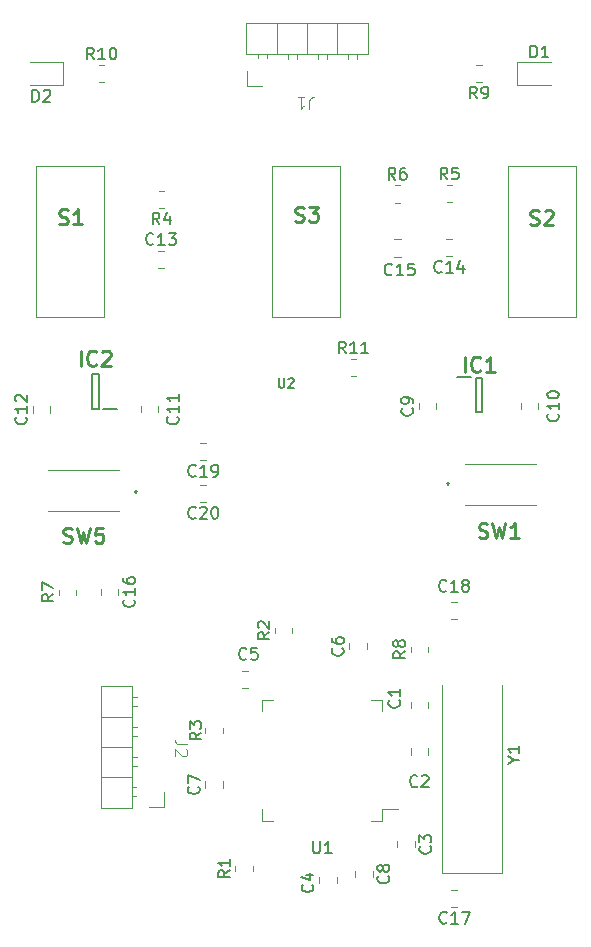
<source format=gbr>
%TF.GenerationSoftware,KiCad,Pcbnew,7.0.8*%
%TF.CreationDate,2024-03-02T19:00:57+02:00*%
%TF.ProjectId,mouse_hardware,6d6f7573-655f-4686-9172-64776172652e,rev?*%
%TF.SameCoordinates,Original*%
%TF.FileFunction,Legend,Top*%
%TF.FilePolarity,Positive*%
%FSLAX46Y46*%
G04 Gerber Fmt 4.6, Leading zero omitted, Abs format (unit mm)*
G04 Created by KiCad (PCBNEW 7.0.8) date 2024-03-02 19:00:57*
%MOMM*%
%LPD*%
G01*
G04 APERTURE LIST*
%ADD10C,0.254000*%
%ADD11C,0.100000*%
%ADD12C,0.150000*%
%ADD13C,0.120000*%
%ADD14C,0.200000*%
G04 APERTURE END LIST*
D10*
X36222380Y-33843842D02*
X36403809Y-33904318D01*
X36403809Y-33904318D02*
X36706190Y-33904318D01*
X36706190Y-33904318D02*
X36827142Y-33843842D01*
X36827142Y-33843842D02*
X36887618Y-33783365D01*
X36887618Y-33783365D02*
X36948095Y-33662413D01*
X36948095Y-33662413D02*
X36948095Y-33541461D01*
X36948095Y-33541461D02*
X36887618Y-33420508D01*
X36887618Y-33420508D02*
X36827142Y-33360032D01*
X36827142Y-33360032D02*
X36706190Y-33299556D01*
X36706190Y-33299556D02*
X36464285Y-33239080D01*
X36464285Y-33239080D02*
X36343333Y-33178603D01*
X36343333Y-33178603D02*
X36282856Y-33118127D01*
X36282856Y-33118127D02*
X36222380Y-32997175D01*
X36222380Y-32997175D02*
X36222380Y-32876222D01*
X36222380Y-32876222D02*
X36282856Y-32755270D01*
X36282856Y-32755270D02*
X36343333Y-32694794D01*
X36343333Y-32694794D02*
X36464285Y-32634318D01*
X36464285Y-32634318D02*
X36766666Y-32634318D01*
X36766666Y-32634318D02*
X36948095Y-32694794D01*
X37371428Y-32634318D02*
X38157619Y-32634318D01*
X38157619Y-32634318D02*
X37734285Y-33118127D01*
X37734285Y-33118127D02*
X37915714Y-33118127D01*
X37915714Y-33118127D02*
X38036666Y-33178603D01*
X38036666Y-33178603D02*
X38097142Y-33239080D01*
X38097142Y-33239080D02*
X38157619Y-33360032D01*
X38157619Y-33360032D02*
X38157619Y-33662413D01*
X38157619Y-33662413D02*
X38097142Y-33783365D01*
X38097142Y-33783365D02*
X38036666Y-33843842D01*
X38036666Y-33843842D02*
X37915714Y-33904318D01*
X37915714Y-33904318D02*
X37552857Y-33904318D01*
X37552857Y-33904318D02*
X37431904Y-33843842D01*
X37431904Y-33843842D02*
X37371428Y-33783365D01*
X56142380Y-34103842D02*
X56323809Y-34164318D01*
X56323809Y-34164318D02*
X56626190Y-34164318D01*
X56626190Y-34164318D02*
X56747142Y-34103842D01*
X56747142Y-34103842D02*
X56807618Y-34043365D01*
X56807618Y-34043365D02*
X56868095Y-33922413D01*
X56868095Y-33922413D02*
X56868095Y-33801461D01*
X56868095Y-33801461D02*
X56807618Y-33680508D01*
X56807618Y-33680508D02*
X56747142Y-33620032D01*
X56747142Y-33620032D02*
X56626190Y-33559556D01*
X56626190Y-33559556D02*
X56384285Y-33499080D01*
X56384285Y-33499080D02*
X56263333Y-33438603D01*
X56263333Y-33438603D02*
X56202856Y-33378127D01*
X56202856Y-33378127D02*
X56142380Y-33257175D01*
X56142380Y-33257175D02*
X56142380Y-33136222D01*
X56142380Y-33136222D02*
X56202856Y-33015270D01*
X56202856Y-33015270D02*
X56263333Y-32954794D01*
X56263333Y-32954794D02*
X56384285Y-32894318D01*
X56384285Y-32894318D02*
X56686666Y-32894318D01*
X56686666Y-32894318D02*
X56868095Y-32954794D01*
X57351904Y-33015270D02*
X57412380Y-32954794D01*
X57412380Y-32954794D02*
X57533333Y-32894318D01*
X57533333Y-32894318D02*
X57835714Y-32894318D01*
X57835714Y-32894318D02*
X57956666Y-32954794D01*
X57956666Y-32954794D02*
X58017142Y-33015270D01*
X58017142Y-33015270D02*
X58077619Y-33136222D01*
X58077619Y-33136222D02*
X58077619Y-33257175D01*
X58077619Y-33257175D02*
X58017142Y-33438603D01*
X58017142Y-33438603D02*
X57291428Y-34164318D01*
X57291428Y-34164318D02*
X58077619Y-34164318D01*
X16242380Y-34053842D02*
X16423809Y-34114318D01*
X16423809Y-34114318D02*
X16726190Y-34114318D01*
X16726190Y-34114318D02*
X16847142Y-34053842D01*
X16847142Y-34053842D02*
X16907618Y-33993365D01*
X16907618Y-33993365D02*
X16968095Y-33872413D01*
X16968095Y-33872413D02*
X16968095Y-33751461D01*
X16968095Y-33751461D02*
X16907618Y-33630508D01*
X16907618Y-33630508D02*
X16847142Y-33570032D01*
X16847142Y-33570032D02*
X16726190Y-33509556D01*
X16726190Y-33509556D02*
X16484285Y-33449080D01*
X16484285Y-33449080D02*
X16363333Y-33388603D01*
X16363333Y-33388603D02*
X16302856Y-33328127D01*
X16302856Y-33328127D02*
X16242380Y-33207175D01*
X16242380Y-33207175D02*
X16242380Y-33086222D01*
X16242380Y-33086222D02*
X16302856Y-32965270D01*
X16302856Y-32965270D02*
X16363333Y-32904794D01*
X16363333Y-32904794D02*
X16484285Y-32844318D01*
X16484285Y-32844318D02*
X16786666Y-32844318D01*
X16786666Y-32844318D02*
X16968095Y-32904794D01*
X18177619Y-34114318D02*
X17451904Y-34114318D01*
X17814761Y-34114318D02*
X17814761Y-32844318D01*
X17814761Y-32844318D02*
X17693809Y-33025746D01*
X17693809Y-33025746D02*
X17572857Y-33146699D01*
X17572857Y-33146699D02*
X17451904Y-33207175D01*
D11*
X27088580Y-78142666D02*
X26374295Y-78142666D01*
X26374295Y-78142666D02*
X26231438Y-78095047D01*
X26231438Y-78095047D02*
X26136200Y-77999809D01*
X26136200Y-77999809D02*
X26088580Y-77856952D01*
X26088580Y-77856952D02*
X26088580Y-77761714D01*
X26993342Y-78571238D02*
X27040961Y-78618857D01*
X27040961Y-78618857D02*
X27088580Y-78714095D01*
X27088580Y-78714095D02*
X27088580Y-78952190D01*
X27088580Y-78952190D02*
X27040961Y-79047428D01*
X27040961Y-79047428D02*
X26993342Y-79095047D01*
X26993342Y-79095047D02*
X26898104Y-79142666D01*
X26898104Y-79142666D02*
X26802866Y-79142666D01*
X26802866Y-79142666D02*
X26660009Y-79095047D01*
X26660009Y-79095047D02*
X26088580Y-78523619D01*
X26088580Y-78523619D02*
X26088580Y-79142666D01*
X37437333Y-24351580D02*
X37437333Y-23637295D01*
X37437333Y-23637295D02*
X37484952Y-23494438D01*
X37484952Y-23494438D02*
X37580190Y-23399200D01*
X37580190Y-23399200D02*
X37723047Y-23351580D01*
X37723047Y-23351580D02*
X37818285Y-23351580D01*
X36437333Y-23351580D02*
X37008761Y-23351580D01*
X36723047Y-23351580D02*
X36723047Y-24351580D01*
X36723047Y-24351580D02*
X36818285Y-24208723D01*
X36818285Y-24208723D02*
X36913523Y-24113485D01*
X36913523Y-24113485D02*
X37008761Y-24065866D01*
D10*
X18064237Y-46084318D02*
X18064237Y-44814318D01*
X19394714Y-45963365D02*
X19334238Y-46023842D01*
X19334238Y-46023842D02*
X19152809Y-46084318D01*
X19152809Y-46084318D02*
X19031857Y-46084318D01*
X19031857Y-46084318D02*
X18850428Y-46023842D01*
X18850428Y-46023842D02*
X18729476Y-45902889D01*
X18729476Y-45902889D02*
X18668999Y-45781937D01*
X18668999Y-45781937D02*
X18608523Y-45540032D01*
X18608523Y-45540032D02*
X18608523Y-45358603D01*
X18608523Y-45358603D02*
X18668999Y-45116699D01*
X18668999Y-45116699D02*
X18729476Y-44995746D01*
X18729476Y-44995746D02*
X18850428Y-44874794D01*
X18850428Y-44874794D02*
X19031857Y-44814318D01*
X19031857Y-44814318D02*
X19152809Y-44814318D01*
X19152809Y-44814318D02*
X19334238Y-44874794D01*
X19334238Y-44874794D02*
X19394714Y-44935270D01*
X19878523Y-44935270D02*
X19938999Y-44874794D01*
X19938999Y-44874794D02*
X20059952Y-44814318D01*
X20059952Y-44814318D02*
X20362333Y-44814318D01*
X20362333Y-44814318D02*
X20483285Y-44874794D01*
X20483285Y-44874794D02*
X20543761Y-44935270D01*
X20543761Y-44935270D02*
X20604238Y-45056222D01*
X20604238Y-45056222D02*
X20604238Y-45177175D01*
X20604238Y-45177175D02*
X20543761Y-45358603D01*
X20543761Y-45358603D02*
X19818047Y-46084318D01*
X19818047Y-46084318D02*
X20604238Y-46084318D01*
X50570237Y-46584318D02*
X50570237Y-45314318D01*
X51900714Y-46463365D02*
X51840238Y-46523842D01*
X51840238Y-46523842D02*
X51658809Y-46584318D01*
X51658809Y-46584318D02*
X51537857Y-46584318D01*
X51537857Y-46584318D02*
X51356428Y-46523842D01*
X51356428Y-46523842D02*
X51235476Y-46402889D01*
X51235476Y-46402889D02*
X51174999Y-46281937D01*
X51174999Y-46281937D02*
X51114523Y-46040032D01*
X51114523Y-46040032D02*
X51114523Y-45858603D01*
X51114523Y-45858603D02*
X51174999Y-45616699D01*
X51174999Y-45616699D02*
X51235476Y-45495746D01*
X51235476Y-45495746D02*
X51356428Y-45374794D01*
X51356428Y-45374794D02*
X51537857Y-45314318D01*
X51537857Y-45314318D02*
X51658809Y-45314318D01*
X51658809Y-45314318D02*
X51840238Y-45374794D01*
X51840238Y-45374794D02*
X51900714Y-45435270D01*
X53110238Y-46584318D02*
X52384523Y-46584318D01*
X52747380Y-46584318D02*
X52747380Y-45314318D01*
X52747380Y-45314318D02*
X52626428Y-45495746D01*
X52626428Y-45495746D02*
X52505476Y-45616699D01*
X52505476Y-45616699D02*
X52384523Y-45677175D01*
D12*
X30707819Y-88817166D02*
X30231628Y-89150499D01*
X30707819Y-89388594D02*
X29707819Y-89388594D01*
X29707819Y-89388594D02*
X29707819Y-89007642D01*
X29707819Y-89007642D02*
X29755438Y-88912404D01*
X29755438Y-88912404D02*
X29803057Y-88864785D01*
X29803057Y-88864785D02*
X29898295Y-88817166D01*
X29898295Y-88817166D02*
X30041152Y-88817166D01*
X30041152Y-88817166D02*
X30136390Y-88864785D01*
X30136390Y-88864785D02*
X30184009Y-88912404D01*
X30184009Y-88912404D02*
X30231628Y-89007642D01*
X30231628Y-89007642D02*
X30231628Y-89388594D01*
X30707819Y-87864785D02*
X30707819Y-88436213D01*
X30707819Y-88150499D02*
X29707819Y-88150499D01*
X29707819Y-88150499D02*
X29850676Y-88245737D01*
X29850676Y-88245737D02*
X29945914Y-88340975D01*
X29945914Y-88340975D02*
X29993533Y-88436213D01*
X46120580Y-49685166D02*
X46168200Y-49732785D01*
X46168200Y-49732785D02*
X46215819Y-49875642D01*
X46215819Y-49875642D02*
X46215819Y-49970880D01*
X46215819Y-49970880D02*
X46168200Y-50113737D01*
X46168200Y-50113737D02*
X46072961Y-50208975D01*
X46072961Y-50208975D02*
X45977723Y-50256594D01*
X45977723Y-50256594D02*
X45787247Y-50304213D01*
X45787247Y-50304213D02*
X45644390Y-50304213D01*
X45644390Y-50304213D02*
X45453914Y-50256594D01*
X45453914Y-50256594D02*
X45358676Y-50208975D01*
X45358676Y-50208975D02*
X45263438Y-50113737D01*
X45263438Y-50113737D02*
X45215819Y-49970880D01*
X45215819Y-49970880D02*
X45215819Y-49875642D01*
X45215819Y-49875642D02*
X45263438Y-49732785D01*
X45263438Y-49732785D02*
X45311057Y-49685166D01*
X46215819Y-49208975D02*
X46215819Y-49018499D01*
X46215819Y-49018499D02*
X46168200Y-48923261D01*
X46168200Y-48923261D02*
X46120580Y-48875642D01*
X46120580Y-48875642D02*
X45977723Y-48780404D01*
X45977723Y-48780404D02*
X45787247Y-48732785D01*
X45787247Y-48732785D02*
X45406295Y-48732785D01*
X45406295Y-48732785D02*
X45311057Y-48780404D01*
X45311057Y-48780404D02*
X45263438Y-48828023D01*
X45263438Y-48828023D02*
X45215819Y-48923261D01*
X45215819Y-48923261D02*
X45215819Y-49113737D01*
X45215819Y-49113737D02*
X45263438Y-49208975D01*
X45263438Y-49208975D02*
X45311057Y-49256594D01*
X45311057Y-49256594D02*
X45406295Y-49304213D01*
X45406295Y-49304213D02*
X45644390Y-49304213D01*
X45644390Y-49304213D02*
X45739628Y-49256594D01*
X45739628Y-49256594D02*
X45787247Y-49208975D01*
X45787247Y-49208975D02*
X45834866Y-49113737D01*
X45834866Y-49113737D02*
X45834866Y-48923261D01*
X45834866Y-48923261D02*
X45787247Y-48828023D01*
X45787247Y-48828023D02*
X45739628Y-48780404D01*
X45739628Y-48780404D02*
X45644390Y-48732785D01*
X22556580Y-65887857D02*
X22604200Y-65935476D01*
X22604200Y-65935476D02*
X22651819Y-66078333D01*
X22651819Y-66078333D02*
X22651819Y-66173571D01*
X22651819Y-66173571D02*
X22604200Y-66316428D01*
X22604200Y-66316428D02*
X22508961Y-66411666D01*
X22508961Y-66411666D02*
X22413723Y-66459285D01*
X22413723Y-66459285D02*
X22223247Y-66506904D01*
X22223247Y-66506904D02*
X22080390Y-66506904D01*
X22080390Y-66506904D02*
X21889914Y-66459285D01*
X21889914Y-66459285D02*
X21794676Y-66411666D01*
X21794676Y-66411666D02*
X21699438Y-66316428D01*
X21699438Y-66316428D02*
X21651819Y-66173571D01*
X21651819Y-66173571D02*
X21651819Y-66078333D01*
X21651819Y-66078333D02*
X21699438Y-65935476D01*
X21699438Y-65935476D02*
X21747057Y-65887857D01*
X22651819Y-64935476D02*
X22651819Y-65506904D01*
X22651819Y-65221190D02*
X21651819Y-65221190D01*
X21651819Y-65221190D02*
X21794676Y-65316428D01*
X21794676Y-65316428D02*
X21889914Y-65411666D01*
X21889914Y-65411666D02*
X21937533Y-65506904D01*
X21651819Y-64078333D02*
X21651819Y-64268809D01*
X21651819Y-64268809D02*
X21699438Y-64364047D01*
X21699438Y-64364047D02*
X21747057Y-64411666D01*
X21747057Y-64411666D02*
X21889914Y-64506904D01*
X21889914Y-64506904D02*
X22080390Y-64554523D01*
X22080390Y-64554523D02*
X22461342Y-64554523D01*
X22461342Y-64554523D02*
X22556580Y-64506904D01*
X22556580Y-64506904D02*
X22604200Y-64459285D01*
X22604200Y-64459285D02*
X22651819Y-64364047D01*
X22651819Y-64364047D02*
X22651819Y-64173571D01*
X22651819Y-64173571D02*
X22604200Y-64078333D01*
X22604200Y-64078333D02*
X22556580Y-64030714D01*
X22556580Y-64030714D02*
X22461342Y-63983095D01*
X22461342Y-63983095D02*
X22223247Y-63983095D01*
X22223247Y-63983095D02*
X22128009Y-64030714D01*
X22128009Y-64030714D02*
X22080390Y-64078333D01*
X22080390Y-64078333D02*
X22032771Y-64173571D01*
X22032771Y-64173571D02*
X22032771Y-64364047D01*
X22032771Y-64364047D02*
X22080390Y-64459285D01*
X22080390Y-64459285D02*
X22128009Y-64506904D01*
X22128009Y-64506904D02*
X22223247Y-64554523D01*
X28042580Y-81710666D02*
X28090200Y-81758285D01*
X28090200Y-81758285D02*
X28137819Y-81901142D01*
X28137819Y-81901142D02*
X28137819Y-81996380D01*
X28137819Y-81996380D02*
X28090200Y-82139237D01*
X28090200Y-82139237D02*
X27994961Y-82234475D01*
X27994961Y-82234475D02*
X27899723Y-82282094D01*
X27899723Y-82282094D02*
X27709247Y-82329713D01*
X27709247Y-82329713D02*
X27566390Y-82329713D01*
X27566390Y-82329713D02*
X27375914Y-82282094D01*
X27375914Y-82282094D02*
X27280676Y-82234475D01*
X27280676Y-82234475D02*
X27185438Y-82139237D01*
X27185438Y-82139237D02*
X27137819Y-81996380D01*
X27137819Y-81996380D02*
X27137819Y-81901142D01*
X27137819Y-81901142D02*
X27185438Y-81758285D01*
X27185438Y-81758285D02*
X27233057Y-81710666D01*
X27137819Y-81377332D02*
X27137819Y-80710666D01*
X27137819Y-80710666D02*
X28137819Y-81139237D01*
X54741628Y-79458690D02*
X55217819Y-79458690D01*
X54217819Y-79792023D02*
X54741628Y-79458690D01*
X54741628Y-79458690D02*
X54217819Y-79125357D01*
X55217819Y-78268214D02*
X55217819Y-78839642D01*
X55217819Y-78553928D02*
X54217819Y-78553928D01*
X54217819Y-78553928D02*
X54360676Y-78649166D01*
X54360676Y-78649166D02*
X54455914Y-78744404D01*
X54455914Y-78744404D02*
X54503533Y-78839642D01*
X48633142Y-38107580D02*
X48585523Y-38155200D01*
X48585523Y-38155200D02*
X48442666Y-38202819D01*
X48442666Y-38202819D02*
X48347428Y-38202819D01*
X48347428Y-38202819D02*
X48204571Y-38155200D01*
X48204571Y-38155200D02*
X48109333Y-38059961D01*
X48109333Y-38059961D02*
X48061714Y-37964723D01*
X48061714Y-37964723D02*
X48014095Y-37774247D01*
X48014095Y-37774247D02*
X48014095Y-37631390D01*
X48014095Y-37631390D02*
X48061714Y-37440914D01*
X48061714Y-37440914D02*
X48109333Y-37345676D01*
X48109333Y-37345676D02*
X48204571Y-37250438D01*
X48204571Y-37250438D02*
X48347428Y-37202819D01*
X48347428Y-37202819D02*
X48442666Y-37202819D01*
X48442666Y-37202819D02*
X48585523Y-37250438D01*
X48585523Y-37250438D02*
X48633142Y-37298057D01*
X49585523Y-38202819D02*
X49014095Y-38202819D01*
X49299809Y-38202819D02*
X49299809Y-37202819D01*
X49299809Y-37202819D02*
X49204571Y-37345676D01*
X49204571Y-37345676D02*
X49109333Y-37440914D01*
X49109333Y-37440914D02*
X49014095Y-37488533D01*
X50442666Y-37536152D02*
X50442666Y-38202819D01*
X50204571Y-37155200D02*
X49966476Y-37869485D01*
X49966476Y-37869485D02*
X50585523Y-37869485D01*
X51624333Y-23440819D02*
X51291000Y-22964628D01*
X51052905Y-23440819D02*
X51052905Y-22440819D01*
X51052905Y-22440819D02*
X51433857Y-22440819D01*
X51433857Y-22440819D02*
X51529095Y-22488438D01*
X51529095Y-22488438D02*
X51576714Y-22536057D01*
X51576714Y-22536057D02*
X51624333Y-22631295D01*
X51624333Y-22631295D02*
X51624333Y-22774152D01*
X51624333Y-22774152D02*
X51576714Y-22869390D01*
X51576714Y-22869390D02*
X51529095Y-22917009D01*
X51529095Y-22917009D02*
X51433857Y-22964628D01*
X51433857Y-22964628D02*
X51052905Y-22964628D01*
X52100524Y-23440819D02*
X52291000Y-23440819D01*
X52291000Y-23440819D02*
X52386238Y-23393200D01*
X52386238Y-23393200D02*
X52433857Y-23345580D01*
X52433857Y-23345580D02*
X52529095Y-23202723D01*
X52529095Y-23202723D02*
X52576714Y-23012247D01*
X52576714Y-23012247D02*
X52576714Y-22631295D01*
X52576714Y-22631295D02*
X52529095Y-22536057D01*
X52529095Y-22536057D02*
X52481476Y-22488438D01*
X52481476Y-22488438D02*
X52386238Y-22440819D01*
X52386238Y-22440819D02*
X52195762Y-22440819D01*
X52195762Y-22440819D02*
X52100524Y-22488438D01*
X52100524Y-22488438D02*
X52052905Y-22536057D01*
X52052905Y-22536057D02*
X52005286Y-22631295D01*
X52005286Y-22631295D02*
X52005286Y-22869390D01*
X52005286Y-22869390D02*
X52052905Y-22964628D01*
X52052905Y-22964628D02*
X52100524Y-23012247D01*
X52100524Y-23012247D02*
X52195762Y-23059866D01*
X52195762Y-23059866D02*
X52386238Y-23059866D01*
X52386238Y-23059866D02*
X52481476Y-23012247D01*
X52481476Y-23012247D02*
X52529095Y-22964628D01*
X52529095Y-22964628D02*
X52576714Y-22869390D01*
X45540819Y-70270666D02*
X45064628Y-70603999D01*
X45540819Y-70842094D02*
X44540819Y-70842094D01*
X44540819Y-70842094D02*
X44540819Y-70461142D01*
X44540819Y-70461142D02*
X44588438Y-70365904D01*
X44588438Y-70365904D02*
X44636057Y-70318285D01*
X44636057Y-70318285D02*
X44731295Y-70270666D01*
X44731295Y-70270666D02*
X44874152Y-70270666D01*
X44874152Y-70270666D02*
X44969390Y-70318285D01*
X44969390Y-70318285D02*
X45017009Y-70365904D01*
X45017009Y-70365904D02*
X45064628Y-70461142D01*
X45064628Y-70461142D02*
X45064628Y-70842094D01*
X44969390Y-69699237D02*
X44921771Y-69794475D01*
X44921771Y-69794475D02*
X44874152Y-69842094D01*
X44874152Y-69842094D02*
X44778914Y-69889713D01*
X44778914Y-69889713D02*
X44731295Y-69889713D01*
X44731295Y-69889713D02*
X44636057Y-69842094D01*
X44636057Y-69842094D02*
X44588438Y-69794475D01*
X44588438Y-69794475D02*
X44540819Y-69699237D01*
X44540819Y-69699237D02*
X44540819Y-69508761D01*
X44540819Y-69508761D02*
X44588438Y-69413523D01*
X44588438Y-69413523D02*
X44636057Y-69365904D01*
X44636057Y-69365904D02*
X44731295Y-69318285D01*
X44731295Y-69318285D02*
X44778914Y-69318285D01*
X44778914Y-69318285D02*
X44874152Y-69365904D01*
X44874152Y-69365904D02*
X44921771Y-69413523D01*
X44921771Y-69413523D02*
X44969390Y-69508761D01*
X44969390Y-69508761D02*
X44969390Y-69699237D01*
X44969390Y-69699237D02*
X45017009Y-69794475D01*
X45017009Y-69794475D02*
X45064628Y-69842094D01*
X45064628Y-69842094D02*
X45159866Y-69889713D01*
X45159866Y-69889713D02*
X45350342Y-69889713D01*
X45350342Y-69889713D02*
X45445580Y-69842094D01*
X45445580Y-69842094D02*
X45493200Y-69794475D01*
X45493200Y-69794475D02*
X45540819Y-69699237D01*
X45540819Y-69699237D02*
X45540819Y-69508761D01*
X45540819Y-69508761D02*
X45493200Y-69413523D01*
X45493200Y-69413523D02*
X45445580Y-69365904D01*
X45445580Y-69365904D02*
X45350342Y-69318285D01*
X45350342Y-69318285D02*
X45159866Y-69318285D01*
X45159866Y-69318285D02*
X45064628Y-69365904D01*
X45064628Y-69365904D02*
X45017009Y-69413523D01*
X45017009Y-69413523D02*
X44969390Y-69508761D01*
X44708333Y-30329819D02*
X44375000Y-29853628D01*
X44136905Y-30329819D02*
X44136905Y-29329819D01*
X44136905Y-29329819D02*
X44517857Y-29329819D01*
X44517857Y-29329819D02*
X44613095Y-29377438D01*
X44613095Y-29377438D02*
X44660714Y-29425057D01*
X44660714Y-29425057D02*
X44708333Y-29520295D01*
X44708333Y-29520295D02*
X44708333Y-29663152D01*
X44708333Y-29663152D02*
X44660714Y-29758390D01*
X44660714Y-29758390D02*
X44613095Y-29806009D01*
X44613095Y-29806009D02*
X44517857Y-29853628D01*
X44517857Y-29853628D02*
X44136905Y-29853628D01*
X45565476Y-29329819D02*
X45375000Y-29329819D01*
X45375000Y-29329819D02*
X45279762Y-29377438D01*
X45279762Y-29377438D02*
X45232143Y-29425057D01*
X45232143Y-29425057D02*
X45136905Y-29567914D01*
X45136905Y-29567914D02*
X45089286Y-29758390D01*
X45089286Y-29758390D02*
X45089286Y-30139342D01*
X45089286Y-30139342D02*
X45136905Y-30234580D01*
X45136905Y-30234580D02*
X45184524Y-30282200D01*
X45184524Y-30282200D02*
X45279762Y-30329819D01*
X45279762Y-30329819D02*
X45470238Y-30329819D01*
X45470238Y-30329819D02*
X45565476Y-30282200D01*
X45565476Y-30282200D02*
X45613095Y-30234580D01*
X45613095Y-30234580D02*
X45660714Y-30139342D01*
X45660714Y-30139342D02*
X45660714Y-29901247D01*
X45660714Y-29901247D02*
X45613095Y-29806009D01*
X45613095Y-29806009D02*
X45565476Y-29758390D01*
X45565476Y-29758390D02*
X45470238Y-29710771D01*
X45470238Y-29710771D02*
X45279762Y-29710771D01*
X45279762Y-29710771D02*
X45184524Y-29758390D01*
X45184524Y-29758390D02*
X45136905Y-29806009D01*
X45136905Y-29806009D02*
X45089286Y-29901247D01*
X40505142Y-45032819D02*
X40171809Y-44556628D01*
X39933714Y-45032819D02*
X39933714Y-44032819D01*
X39933714Y-44032819D02*
X40314666Y-44032819D01*
X40314666Y-44032819D02*
X40409904Y-44080438D01*
X40409904Y-44080438D02*
X40457523Y-44128057D01*
X40457523Y-44128057D02*
X40505142Y-44223295D01*
X40505142Y-44223295D02*
X40505142Y-44366152D01*
X40505142Y-44366152D02*
X40457523Y-44461390D01*
X40457523Y-44461390D02*
X40409904Y-44509009D01*
X40409904Y-44509009D02*
X40314666Y-44556628D01*
X40314666Y-44556628D02*
X39933714Y-44556628D01*
X41457523Y-45032819D02*
X40886095Y-45032819D01*
X41171809Y-45032819D02*
X41171809Y-44032819D01*
X41171809Y-44032819D02*
X41076571Y-44175676D01*
X41076571Y-44175676D02*
X40981333Y-44270914D01*
X40981333Y-44270914D02*
X40886095Y-44318533D01*
X42409904Y-45032819D02*
X41838476Y-45032819D01*
X42124190Y-45032819D02*
X42124190Y-44032819D01*
X42124190Y-44032819D02*
X42028952Y-44175676D01*
X42028952Y-44175676D02*
X41933714Y-44270914D01*
X41933714Y-44270914D02*
X41838476Y-44318533D01*
X46569333Y-81661080D02*
X46521714Y-81708700D01*
X46521714Y-81708700D02*
X46378857Y-81756319D01*
X46378857Y-81756319D02*
X46283619Y-81756319D01*
X46283619Y-81756319D02*
X46140762Y-81708700D01*
X46140762Y-81708700D02*
X46045524Y-81613461D01*
X46045524Y-81613461D02*
X45997905Y-81518223D01*
X45997905Y-81518223D02*
X45950286Y-81327747D01*
X45950286Y-81327747D02*
X45950286Y-81184890D01*
X45950286Y-81184890D02*
X45997905Y-80994414D01*
X45997905Y-80994414D02*
X46045524Y-80899176D01*
X46045524Y-80899176D02*
X46140762Y-80803938D01*
X46140762Y-80803938D02*
X46283619Y-80756319D01*
X46283619Y-80756319D02*
X46378857Y-80756319D01*
X46378857Y-80756319D02*
X46521714Y-80803938D01*
X46521714Y-80803938D02*
X46569333Y-80851557D01*
X46950286Y-80851557D02*
X46997905Y-80803938D01*
X46997905Y-80803938D02*
X47093143Y-80756319D01*
X47093143Y-80756319D02*
X47331238Y-80756319D01*
X47331238Y-80756319D02*
X47426476Y-80803938D01*
X47426476Y-80803938D02*
X47474095Y-80851557D01*
X47474095Y-80851557D02*
X47521714Y-80946795D01*
X47521714Y-80946795D02*
X47521714Y-81042033D01*
X47521714Y-81042033D02*
X47474095Y-81184890D01*
X47474095Y-81184890D02*
X46902667Y-81756319D01*
X46902667Y-81756319D02*
X47521714Y-81756319D01*
X26267580Y-50405357D02*
X26315200Y-50452976D01*
X26315200Y-50452976D02*
X26362819Y-50595833D01*
X26362819Y-50595833D02*
X26362819Y-50691071D01*
X26362819Y-50691071D02*
X26315200Y-50833928D01*
X26315200Y-50833928D02*
X26219961Y-50929166D01*
X26219961Y-50929166D02*
X26124723Y-50976785D01*
X26124723Y-50976785D02*
X25934247Y-51024404D01*
X25934247Y-51024404D02*
X25791390Y-51024404D01*
X25791390Y-51024404D02*
X25600914Y-50976785D01*
X25600914Y-50976785D02*
X25505676Y-50929166D01*
X25505676Y-50929166D02*
X25410438Y-50833928D01*
X25410438Y-50833928D02*
X25362819Y-50691071D01*
X25362819Y-50691071D02*
X25362819Y-50595833D01*
X25362819Y-50595833D02*
X25410438Y-50452976D01*
X25410438Y-50452976D02*
X25458057Y-50405357D01*
X26362819Y-49452976D02*
X26362819Y-50024404D01*
X26362819Y-49738690D02*
X25362819Y-49738690D01*
X25362819Y-49738690D02*
X25505676Y-49833928D01*
X25505676Y-49833928D02*
X25600914Y-49929166D01*
X25600914Y-49929166D02*
X25648533Y-50024404D01*
X26362819Y-48500595D02*
X26362819Y-49072023D01*
X26362819Y-48786309D02*
X25362819Y-48786309D01*
X25362819Y-48786309D02*
X25505676Y-48881547D01*
X25505676Y-48881547D02*
X25600914Y-48976785D01*
X25600914Y-48976785D02*
X25648533Y-49072023D01*
X19185142Y-20140819D02*
X18851809Y-19664628D01*
X18613714Y-20140819D02*
X18613714Y-19140819D01*
X18613714Y-19140819D02*
X18994666Y-19140819D01*
X18994666Y-19140819D02*
X19089904Y-19188438D01*
X19089904Y-19188438D02*
X19137523Y-19236057D01*
X19137523Y-19236057D02*
X19185142Y-19331295D01*
X19185142Y-19331295D02*
X19185142Y-19474152D01*
X19185142Y-19474152D02*
X19137523Y-19569390D01*
X19137523Y-19569390D02*
X19089904Y-19617009D01*
X19089904Y-19617009D02*
X18994666Y-19664628D01*
X18994666Y-19664628D02*
X18613714Y-19664628D01*
X20137523Y-20140819D02*
X19566095Y-20140819D01*
X19851809Y-20140819D02*
X19851809Y-19140819D01*
X19851809Y-19140819D02*
X19756571Y-19283676D01*
X19756571Y-19283676D02*
X19661333Y-19378914D01*
X19661333Y-19378914D02*
X19566095Y-19426533D01*
X20756571Y-19140819D02*
X20851809Y-19140819D01*
X20851809Y-19140819D02*
X20947047Y-19188438D01*
X20947047Y-19188438D02*
X20994666Y-19236057D01*
X20994666Y-19236057D02*
X21042285Y-19331295D01*
X21042285Y-19331295D02*
X21089904Y-19521771D01*
X21089904Y-19521771D02*
X21089904Y-19759866D01*
X21089904Y-19759866D02*
X21042285Y-19950342D01*
X21042285Y-19950342D02*
X20994666Y-20045580D01*
X20994666Y-20045580D02*
X20947047Y-20093200D01*
X20947047Y-20093200D02*
X20851809Y-20140819D01*
X20851809Y-20140819D02*
X20756571Y-20140819D01*
X20756571Y-20140819D02*
X20661333Y-20093200D01*
X20661333Y-20093200D02*
X20613714Y-20045580D01*
X20613714Y-20045580D02*
X20566095Y-19950342D01*
X20566095Y-19950342D02*
X20518476Y-19759866D01*
X20518476Y-19759866D02*
X20518476Y-19521771D01*
X20518476Y-19521771D02*
X20566095Y-19331295D01*
X20566095Y-19331295D02*
X20613714Y-19236057D01*
X20613714Y-19236057D02*
X20661333Y-19188438D01*
X20661333Y-19188438D02*
X20756571Y-19140819D01*
X44102580Y-89287666D02*
X44150200Y-89335285D01*
X44150200Y-89335285D02*
X44197819Y-89478142D01*
X44197819Y-89478142D02*
X44197819Y-89573380D01*
X44197819Y-89573380D02*
X44150200Y-89716237D01*
X44150200Y-89716237D02*
X44054961Y-89811475D01*
X44054961Y-89811475D02*
X43959723Y-89859094D01*
X43959723Y-89859094D02*
X43769247Y-89906713D01*
X43769247Y-89906713D02*
X43626390Y-89906713D01*
X43626390Y-89906713D02*
X43435914Y-89859094D01*
X43435914Y-89859094D02*
X43340676Y-89811475D01*
X43340676Y-89811475D02*
X43245438Y-89716237D01*
X43245438Y-89716237D02*
X43197819Y-89573380D01*
X43197819Y-89573380D02*
X43197819Y-89478142D01*
X43197819Y-89478142D02*
X43245438Y-89335285D01*
X43245438Y-89335285D02*
X43293057Y-89287666D01*
X43626390Y-88716237D02*
X43578771Y-88811475D01*
X43578771Y-88811475D02*
X43531152Y-88859094D01*
X43531152Y-88859094D02*
X43435914Y-88906713D01*
X43435914Y-88906713D02*
X43388295Y-88906713D01*
X43388295Y-88906713D02*
X43293057Y-88859094D01*
X43293057Y-88859094D02*
X43245438Y-88811475D01*
X43245438Y-88811475D02*
X43197819Y-88716237D01*
X43197819Y-88716237D02*
X43197819Y-88525761D01*
X43197819Y-88525761D02*
X43245438Y-88430523D01*
X43245438Y-88430523D02*
X43293057Y-88382904D01*
X43293057Y-88382904D02*
X43388295Y-88335285D01*
X43388295Y-88335285D02*
X43435914Y-88335285D01*
X43435914Y-88335285D02*
X43531152Y-88382904D01*
X43531152Y-88382904D02*
X43578771Y-88430523D01*
X43578771Y-88430523D02*
X43626390Y-88525761D01*
X43626390Y-88525761D02*
X43626390Y-88716237D01*
X43626390Y-88716237D02*
X43674009Y-88811475D01*
X43674009Y-88811475D02*
X43721628Y-88859094D01*
X43721628Y-88859094D02*
X43816866Y-88906713D01*
X43816866Y-88906713D02*
X44007342Y-88906713D01*
X44007342Y-88906713D02*
X44102580Y-88859094D01*
X44102580Y-88859094D02*
X44150200Y-88811475D01*
X44150200Y-88811475D02*
X44197819Y-88716237D01*
X44197819Y-88716237D02*
X44197819Y-88525761D01*
X44197819Y-88525761D02*
X44150200Y-88430523D01*
X44150200Y-88430523D02*
X44102580Y-88382904D01*
X44102580Y-88382904D02*
X44007342Y-88335285D01*
X44007342Y-88335285D02*
X43816866Y-88335285D01*
X43816866Y-88335285D02*
X43721628Y-88382904D01*
X43721628Y-88382904D02*
X43674009Y-88430523D01*
X43674009Y-88430523D02*
X43626390Y-88525761D01*
X44432142Y-38334580D02*
X44384523Y-38382200D01*
X44384523Y-38382200D02*
X44241666Y-38429819D01*
X44241666Y-38429819D02*
X44146428Y-38429819D01*
X44146428Y-38429819D02*
X44003571Y-38382200D01*
X44003571Y-38382200D02*
X43908333Y-38286961D01*
X43908333Y-38286961D02*
X43860714Y-38191723D01*
X43860714Y-38191723D02*
X43813095Y-38001247D01*
X43813095Y-38001247D02*
X43813095Y-37858390D01*
X43813095Y-37858390D02*
X43860714Y-37667914D01*
X43860714Y-37667914D02*
X43908333Y-37572676D01*
X43908333Y-37572676D02*
X44003571Y-37477438D01*
X44003571Y-37477438D02*
X44146428Y-37429819D01*
X44146428Y-37429819D02*
X44241666Y-37429819D01*
X44241666Y-37429819D02*
X44384523Y-37477438D01*
X44384523Y-37477438D02*
X44432142Y-37525057D01*
X45384523Y-38429819D02*
X44813095Y-38429819D01*
X45098809Y-38429819D02*
X45098809Y-37429819D01*
X45098809Y-37429819D02*
X45003571Y-37572676D01*
X45003571Y-37572676D02*
X44908333Y-37667914D01*
X44908333Y-37667914D02*
X44813095Y-37715533D01*
X46289285Y-37429819D02*
X45813095Y-37429819D01*
X45813095Y-37429819D02*
X45765476Y-37906009D01*
X45765476Y-37906009D02*
X45813095Y-37858390D01*
X45813095Y-37858390D02*
X45908333Y-37810771D01*
X45908333Y-37810771D02*
X46146428Y-37810771D01*
X46146428Y-37810771D02*
X46241666Y-37858390D01*
X46241666Y-37858390D02*
X46289285Y-37906009D01*
X46289285Y-37906009D02*
X46336904Y-38001247D01*
X46336904Y-38001247D02*
X46336904Y-38239342D01*
X46336904Y-38239342D02*
X46289285Y-38334580D01*
X46289285Y-38334580D02*
X46241666Y-38382200D01*
X46241666Y-38382200D02*
X46146428Y-38429819D01*
X46146428Y-38429819D02*
X45908333Y-38429819D01*
X45908333Y-38429819D02*
X45813095Y-38382200D01*
X45813095Y-38382200D02*
X45765476Y-38334580D01*
X58468580Y-50161357D02*
X58516200Y-50208976D01*
X58516200Y-50208976D02*
X58563819Y-50351833D01*
X58563819Y-50351833D02*
X58563819Y-50447071D01*
X58563819Y-50447071D02*
X58516200Y-50589928D01*
X58516200Y-50589928D02*
X58420961Y-50685166D01*
X58420961Y-50685166D02*
X58325723Y-50732785D01*
X58325723Y-50732785D02*
X58135247Y-50780404D01*
X58135247Y-50780404D02*
X57992390Y-50780404D01*
X57992390Y-50780404D02*
X57801914Y-50732785D01*
X57801914Y-50732785D02*
X57706676Y-50685166D01*
X57706676Y-50685166D02*
X57611438Y-50589928D01*
X57611438Y-50589928D02*
X57563819Y-50447071D01*
X57563819Y-50447071D02*
X57563819Y-50351833D01*
X57563819Y-50351833D02*
X57611438Y-50208976D01*
X57611438Y-50208976D02*
X57659057Y-50161357D01*
X58563819Y-49208976D02*
X58563819Y-49780404D01*
X58563819Y-49494690D02*
X57563819Y-49494690D01*
X57563819Y-49494690D02*
X57706676Y-49589928D01*
X57706676Y-49589928D02*
X57801914Y-49685166D01*
X57801914Y-49685166D02*
X57849533Y-49780404D01*
X57563819Y-48589928D02*
X57563819Y-48494690D01*
X57563819Y-48494690D02*
X57611438Y-48399452D01*
X57611438Y-48399452D02*
X57659057Y-48351833D01*
X57659057Y-48351833D02*
X57754295Y-48304214D01*
X57754295Y-48304214D02*
X57944771Y-48256595D01*
X57944771Y-48256595D02*
X58182866Y-48256595D01*
X58182866Y-48256595D02*
X58373342Y-48304214D01*
X58373342Y-48304214D02*
X58468580Y-48351833D01*
X58468580Y-48351833D02*
X58516200Y-48399452D01*
X58516200Y-48399452D02*
X58563819Y-48494690D01*
X58563819Y-48494690D02*
X58563819Y-48589928D01*
X58563819Y-48589928D02*
X58516200Y-48685166D01*
X58516200Y-48685166D02*
X58468580Y-48732785D01*
X58468580Y-48732785D02*
X58373342Y-48780404D01*
X58373342Y-48780404D02*
X58182866Y-48828023D01*
X58182866Y-48828023D02*
X57944771Y-48828023D01*
X57944771Y-48828023D02*
X57754295Y-48780404D01*
X57754295Y-48780404D02*
X57659057Y-48732785D01*
X57659057Y-48732785D02*
X57611438Y-48685166D01*
X57611438Y-48685166D02*
X57563819Y-48589928D01*
X24741333Y-34108819D02*
X24408000Y-33632628D01*
X24169905Y-34108819D02*
X24169905Y-33108819D01*
X24169905Y-33108819D02*
X24550857Y-33108819D01*
X24550857Y-33108819D02*
X24646095Y-33156438D01*
X24646095Y-33156438D02*
X24693714Y-33204057D01*
X24693714Y-33204057D02*
X24741333Y-33299295D01*
X24741333Y-33299295D02*
X24741333Y-33442152D01*
X24741333Y-33442152D02*
X24693714Y-33537390D01*
X24693714Y-33537390D02*
X24646095Y-33585009D01*
X24646095Y-33585009D02*
X24550857Y-33632628D01*
X24550857Y-33632628D02*
X24169905Y-33632628D01*
X25598476Y-33442152D02*
X25598476Y-34108819D01*
X25360381Y-33061200D02*
X25122286Y-33775485D01*
X25122286Y-33775485D02*
X25741333Y-33775485D01*
X28293819Y-77138666D02*
X27817628Y-77471999D01*
X28293819Y-77710094D02*
X27293819Y-77710094D01*
X27293819Y-77710094D02*
X27293819Y-77329142D01*
X27293819Y-77329142D02*
X27341438Y-77233904D01*
X27341438Y-77233904D02*
X27389057Y-77186285D01*
X27389057Y-77186285D02*
X27484295Y-77138666D01*
X27484295Y-77138666D02*
X27627152Y-77138666D01*
X27627152Y-77138666D02*
X27722390Y-77186285D01*
X27722390Y-77186285D02*
X27770009Y-77233904D01*
X27770009Y-77233904D02*
X27817628Y-77329142D01*
X27817628Y-77329142D02*
X27817628Y-77710094D01*
X27293819Y-76805332D02*
X27293819Y-76186285D01*
X27293819Y-76186285D02*
X27674771Y-76519618D01*
X27674771Y-76519618D02*
X27674771Y-76376761D01*
X27674771Y-76376761D02*
X27722390Y-76281523D01*
X27722390Y-76281523D02*
X27770009Y-76233904D01*
X27770009Y-76233904D02*
X27865247Y-76186285D01*
X27865247Y-76186285D02*
X28103342Y-76186285D01*
X28103342Y-76186285D02*
X28198580Y-76233904D01*
X28198580Y-76233904D02*
X28246200Y-76281523D01*
X28246200Y-76281523D02*
X28293819Y-76376761D01*
X28293819Y-76376761D02*
X28293819Y-76662475D01*
X28293819Y-76662475D02*
X28246200Y-76757713D01*
X28246200Y-76757713D02*
X28198580Y-76805332D01*
X49114833Y-30300819D02*
X48781500Y-29824628D01*
X48543405Y-30300819D02*
X48543405Y-29300819D01*
X48543405Y-29300819D02*
X48924357Y-29300819D01*
X48924357Y-29300819D02*
X49019595Y-29348438D01*
X49019595Y-29348438D02*
X49067214Y-29396057D01*
X49067214Y-29396057D02*
X49114833Y-29491295D01*
X49114833Y-29491295D02*
X49114833Y-29634152D01*
X49114833Y-29634152D02*
X49067214Y-29729390D01*
X49067214Y-29729390D02*
X49019595Y-29777009D01*
X49019595Y-29777009D02*
X48924357Y-29824628D01*
X48924357Y-29824628D02*
X48543405Y-29824628D01*
X50019595Y-29300819D02*
X49543405Y-29300819D01*
X49543405Y-29300819D02*
X49495786Y-29777009D01*
X49495786Y-29777009D02*
X49543405Y-29729390D01*
X49543405Y-29729390D02*
X49638643Y-29681771D01*
X49638643Y-29681771D02*
X49876738Y-29681771D01*
X49876738Y-29681771D02*
X49971976Y-29729390D01*
X49971976Y-29729390D02*
X50019595Y-29777009D01*
X50019595Y-29777009D02*
X50067214Y-29872247D01*
X50067214Y-29872247D02*
X50067214Y-30110342D01*
X50067214Y-30110342D02*
X50019595Y-30205580D01*
X50019595Y-30205580D02*
X49971976Y-30253200D01*
X49971976Y-30253200D02*
X49876738Y-30300819D01*
X49876738Y-30300819D02*
X49638643Y-30300819D01*
X49638643Y-30300819D02*
X49543405Y-30253200D01*
X49543405Y-30253200D02*
X49495786Y-30205580D01*
D10*
X51781666Y-60613842D02*
X51963095Y-60674318D01*
X51963095Y-60674318D02*
X52265476Y-60674318D01*
X52265476Y-60674318D02*
X52386428Y-60613842D01*
X52386428Y-60613842D02*
X52446904Y-60553365D01*
X52446904Y-60553365D02*
X52507381Y-60432413D01*
X52507381Y-60432413D02*
X52507381Y-60311461D01*
X52507381Y-60311461D02*
X52446904Y-60190508D01*
X52446904Y-60190508D02*
X52386428Y-60130032D01*
X52386428Y-60130032D02*
X52265476Y-60069556D01*
X52265476Y-60069556D02*
X52023571Y-60009080D01*
X52023571Y-60009080D02*
X51902619Y-59948603D01*
X51902619Y-59948603D02*
X51842142Y-59888127D01*
X51842142Y-59888127D02*
X51781666Y-59767175D01*
X51781666Y-59767175D02*
X51781666Y-59646222D01*
X51781666Y-59646222D02*
X51842142Y-59525270D01*
X51842142Y-59525270D02*
X51902619Y-59464794D01*
X51902619Y-59464794D02*
X52023571Y-59404318D01*
X52023571Y-59404318D02*
X52325952Y-59404318D01*
X52325952Y-59404318D02*
X52507381Y-59464794D01*
X52930714Y-59404318D02*
X53233095Y-60674318D01*
X53233095Y-60674318D02*
X53475000Y-59767175D01*
X53475000Y-59767175D02*
X53716905Y-60674318D01*
X53716905Y-60674318D02*
X54019286Y-59404318D01*
X55168334Y-60674318D02*
X54442619Y-60674318D01*
X54805476Y-60674318D02*
X54805476Y-59404318D01*
X54805476Y-59404318D02*
X54684524Y-59585746D01*
X54684524Y-59585746D02*
X54563572Y-59706699D01*
X54563572Y-59706699D02*
X54442619Y-59767175D01*
D12*
X34844476Y-47147395D02*
X34844476Y-47795014D01*
X34844476Y-47795014D02*
X34882571Y-47871204D01*
X34882571Y-47871204D02*
X34920666Y-47909300D01*
X34920666Y-47909300D02*
X34996857Y-47947395D01*
X34996857Y-47947395D02*
X35149238Y-47947395D01*
X35149238Y-47947395D02*
X35225428Y-47909300D01*
X35225428Y-47909300D02*
X35263523Y-47871204D01*
X35263523Y-47871204D02*
X35301619Y-47795014D01*
X35301619Y-47795014D02*
X35301619Y-47147395D01*
X35644475Y-47223585D02*
X35682571Y-47185490D01*
X35682571Y-47185490D02*
X35758761Y-47147395D01*
X35758761Y-47147395D02*
X35949237Y-47147395D01*
X35949237Y-47147395D02*
X36025428Y-47185490D01*
X36025428Y-47185490D02*
X36063523Y-47223585D01*
X36063523Y-47223585D02*
X36101618Y-47299776D01*
X36101618Y-47299776D02*
X36101618Y-47375966D01*
X36101618Y-47375966D02*
X36063523Y-47490252D01*
X36063523Y-47490252D02*
X35606380Y-47947395D01*
X35606380Y-47947395D02*
X36101618Y-47947395D01*
X27805142Y-58935580D02*
X27757523Y-58983200D01*
X27757523Y-58983200D02*
X27614666Y-59030819D01*
X27614666Y-59030819D02*
X27519428Y-59030819D01*
X27519428Y-59030819D02*
X27376571Y-58983200D01*
X27376571Y-58983200D02*
X27281333Y-58887961D01*
X27281333Y-58887961D02*
X27233714Y-58792723D01*
X27233714Y-58792723D02*
X27186095Y-58602247D01*
X27186095Y-58602247D02*
X27186095Y-58459390D01*
X27186095Y-58459390D02*
X27233714Y-58268914D01*
X27233714Y-58268914D02*
X27281333Y-58173676D01*
X27281333Y-58173676D02*
X27376571Y-58078438D01*
X27376571Y-58078438D02*
X27519428Y-58030819D01*
X27519428Y-58030819D02*
X27614666Y-58030819D01*
X27614666Y-58030819D02*
X27757523Y-58078438D01*
X27757523Y-58078438D02*
X27805142Y-58126057D01*
X28186095Y-58126057D02*
X28233714Y-58078438D01*
X28233714Y-58078438D02*
X28328952Y-58030819D01*
X28328952Y-58030819D02*
X28567047Y-58030819D01*
X28567047Y-58030819D02*
X28662285Y-58078438D01*
X28662285Y-58078438D02*
X28709904Y-58126057D01*
X28709904Y-58126057D02*
X28757523Y-58221295D01*
X28757523Y-58221295D02*
X28757523Y-58316533D01*
X28757523Y-58316533D02*
X28709904Y-58459390D01*
X28709904Y-58459390D02*
X28138476Y-59030819D01*
X28138476Y-59030819D02*
X28757523Y-59030819D01*
X29376571Y-58030819D02*
X29471809Y-58030819D01*
X29471809Y-58030819D02*
X29567047Y-58078438D01*
X29567047Y-58078438D02*
X29614666Y-58126057D01*
X29614666Y-58126057D02*
X29662285Y-58221295D01*
X29662285Y-58221295D02*
X29709904Y-58411771D01*
X29709904Y-58411771D02*
X29709904Y-58649866D01*
X29709904Y-58649866D02*
X29662285Y-58840342D01*
X29662285Y-58840342D02*
X29614666Y-58935580D01*
X29614666Y-58935580D02*
X29567047Y-58983200D01*
X29567047Y-58983200D02*
X29471809Y-59030819D01*
X29471809Y-59030819D02*
X29376571Y-59030819D01*
X29376571Y-59030819D02*
X29281333Y-58983200D01*
X29281333Y-58983200D02*
X29233714Y-58935580D01*
X29233714Y-58935580D02*
X29186095Y-58840342D01*
X29186095Y-58840342D02*
X29138476Y-58649866D01*
X29138476Y-58649866D02*
X29138476Y-58411771D01*
X29138476Y-58411771D02*
X29186095Y-58221295D01*
X29186095Y-58221295D02*
X29233714Y-58126057D01*
X29233714Y-58126057D02*
X29281333Y-58078438D01*
X29281333Y-58078438D02*
X29376571Y-58030819D01*
X47658580Y-86769166D02*
X47706200Y-86816785D01*
X47706200Y-86816785D02*
X47753819Y-86959642D01*
X47753819Y-86959642D02*
X47753819Y-87054880D01*
X47753819Y-87054880D02*
X47706200Y-87197737D01*
X47706200Y-87197737D02*
X47610961Y-87292975D01*
X47610961Y-87292975D02*
X47515723Y-87340594D01*
X47515723Y-87340594D02*
X47325247Y-87388213D01*
X47325247Y-87388213D02*
X47182390Y-87388213D01*
X47182390Y-87388213D02*
X46991914Y-87340594D01*
X46991914Y-87340594D02*
X46896676Y-87292975D01*
X46896676Y-87292975D02*
X46801438Y-87197737D01*
X46801438Y-87197737D02*
X46753819Y-87054880D01*
X46753819Y-87054880D02*
X46753819Y-86959642D01*
X46753819Y-86959642D02*
X46801438Y-86816785D01*
X46801438Y-86816785D02*
X46849057Y-86769166D01*
X46753819Y-86435832D02*
X46753819Y-85816785D01*
X46753819Y-85816785D02*
X47134771Y-86150118D01*
X47134771Y-86150118D02*
X47134771Y-86007261D01*
X47134771Y-86007261D02*
X47182390Y-85912023D01*
X47182390Y-85912023D02*
X47230009Y-85864404D01*
X47230009Y-85864404D02*
X47325247Y-85816785D01*
X47325247Y-85816785D02*
X47563342Y-85816785D01*
X47563342Y-85816785D02*
X47658580Y-85864404D01*
X47658580Y-85864404D02*
X47706200Y-85912023D01*
X47706200Y-85912023D02*
X47753819Y-86007261D01*
X47753819Y-86007261D02*
X47753819Y-86292975D01*
X47753819Y-86292975D02*
X47706200Y-86388213D01*
X47706200Y-86388213D02*
X47658580Y-86435832D01*
X32102833Y-70870580D02*
X32055214Y-70918200D01*
X32055214Y-70918200D02*
X31912357Y-70965819D01*
X31912357Y-70965819D02*
X31817119Y-70965819D01*
X31817119Y-70965819D02*
X31674262Y-70918200D01*
X31674262Y-70918200D02*
X31579024Y-70822961D01*
X31579024Y-70822961D02*
X31531405Y-70727723D01*
X31531405Y-70727723D02*
X31483786Y-70537247D01*
X31483786Y-70537247D02*
X31483786Y-70394390D01*
X31483786Y-70394390D02*
X31531405Y-70203914D01*
X31531405Y-70203914D02*
X31579024Y-70108676D01*
X31579024Y-70108676D02*
X31674262Y-70013438D01*
X31674262Y-70013438D02*
X31817119Y-69965819D01*
X31817119Y-69965819D02*
X31912357Y-69965819D01*
X31912357Y-69965819D02*
X32055214Y-70013438D01*
X32055214Y-70013438D02*
X32102833Y-70061057D01*
X33007595Y-69965819D02*
X32531405Y-69965819D01*
X32531405Y-69965819D02*
X32483786Y-70442009D01*
X32483786Y-70442009D02*
X32531405Y-70394390D01*
X32531405Y-70394390D02*
X32626643Y-70346771D01*
X32626643Y-70346771D02*
X32864738Y-70346771D01*
X32864738Y-70346771D02*
X32959976Y-70394390D01*
X32959976Y-70394390D02*
X33007595Y-70442009D01*
X33007595Y-70442009D02*
X33055214Y-70537247D01*
X33055214Y-70537247D02*
X33055214Y-70775342D01*
X33055214Y-70775342D02*
X33007595Y-70870580D01*
X33007595Y-70870580D02*
X32959976Y-70918200D01*
X32959976Y-70918200D02*
X32864738Y-70965819D01*
X32864738Y-70965819D02*
X32626643Y-70965819D01*
X32626643Y-70965819D02*
X32531405Y-70918200D01*
X32531405Y-70918200D02*
X32483786Y-70870580D01*
X15765819Y-65433166D02*
X15289628Y-65766499D01*
X15765819Y-66004594D02*
X14765819Y-66004594D01*
X14765819Y-66004594D02*
X14765819Y-65623642D01*
X14765819Y-65623642D02*
X14813438Y-65528404D01*
X14813438Y-65528404D02*
X14861057Y-65480785D01*
X14861057Y-65480785D02*
X14956295Y-65433166D01*
X14956295Y-65433166D02*
X15099152Y-65433166D01*
X15099152Y-65433166D02*
X15194390Y-65480785D01*
X15194390Y-65480785D02*
X15242009Y-65528404D01*
X15242009Y-65528404D02*
X15289628Y-65623642D01*
X15289628Y-65623642D02*
X15289628Y-66004594D01*
X14765819Y-65099832D02*
X14765819Y-64433166D01*
X14765819Y-64433166D02*
X15765819Y-64861737D01*
X13411580Y-50426857D02*
X13459200Y-50474476D01*
X13459200Y-50474476D02*
X13506819Y-50617333D01*
X13506819Y-50617333D02*
X13506819Y-50712571D01*
X13506819Y-50712571D02*
X13459200Y-50855428D01*
X13459200Y-50855428D02*
X13363961Y-50950666D01*
X13363961Y-50950666D02*
X13268723Y-50998285D01*
X13268723Y-50998285D02*
X13078247Y-51045904D01*
X13078247Y-51045904D02*
X12935390Y-51045904D01*
X12935390Y-51045904D02*
X12744914Y-50998285D01*
X12744914Y-50998285D02*
X12649676Y-50950666D01*
X12649676Y-50950666D02*
X12554438Y-50855428D01*
X12554438Y-50855428D02*
X12506819Y-50712571D01*
X12506819Y-50712571D02*
X12506819Y-50617333D01*
X12506819Y-50617333D02*
X12554438Y-50474476D01*
X12554438Y-50474476D02*
X12602057Y-50426857D01*
X13506819Y-49474476D02*
X13506819Y-50045904D01*
X13506819Y-49760190D02*
X12506819Y-49760190D01*
X12506819Y-49760190D02*
X12649676Y-49855428D01*
X12649676Y-49855428D02*
X12744914Y-49950666D01*
X12744914Y-49950666D02*
X12792533Y-50045904D01*
X12602057Y-49093523D02*
X12554438Y-49045904D01*
X12554438Y-49045904D02*
X12506819Y-48950666D01*
X12506819Y-48950666D02*
X12506819Y-48712571D01*
X12506819Y-48712571D02*
X12554438Y-48617333D01*
X12554438Y-48617333D02*
X12602057Y-48569714D01*
X12602057Y-48569714D02*
X12697295Y-48522095D01*
X12697295Y-48522095D02*
X12792533Y-48522095D01*
X12792533Y-48522095D02*
X12935390Y-48569714D01*
X12935390Y-48569714D02*
X13506819Y-49141142D01*
X13506819Y-49141142D02*
X13506819Y-48522095D01*
X37684580Y-90016666D02*
X37732200Y-90064285D01*
X37732200Y-90064285D02*
X37779819Y-90207142D01*
X37779819Y-90207142D02*
X37779819Y-90302380D01*
X37779819Y-90302380D02*
X37732200Y-90445237D01*
X37732200Y-90445237D02*
X37636961Y-90540475D01*
X37636961Y-90540475D02*
X37541723Y-90588094D01*
X37541723Y-90588094D02*
X37351247Y-90635713D01*
X37351247Y-90635713D02*
X37208390Y-90635713D01*
X37208390Y-90635713D02*
X37017914Y-90588094D01*
X37017914Y-90588094D02*
X36922676Y-90540475D01*
X36922676Y-90540475D02*
X36827438Y-90445237D01*
X36827438Y-90445237D02*
X36779819Y-90302380D01*
X36779819Y-90302380D02*
X36779819Y-90207142D01*
X36779819Y-90207142D02*
X36827438Y-90064285D01*
X36827438Y-90064285D02*
X36875057Y-90016666D01*
X37113152Y-89159523D02*
X37779819Y-89159523D01*
X36732200Y-89397618D02*
X37446485Y-89635713D01*
X37446485Y-89635713D02*
X37446485Y-89016666D01*
X34054819Y-68666666D02*
X33578628Y-68999999D01*
X34054819Y-69238094D02*
X33054819Y-69238094D01*
X33054819Y-69238094D02*
X33054819Y-68857142D01*
X33054819Y-68857142D02*
X33102438Y-68761904D01*
X33102438Y-68761904D02*
X33150057Y-68714285D01*
X33150057Y-68714285D02*
X33245295Y-68666666D01*
X33245295Y-68666666D02*
X33388152Y-68666666D01*
X33388152Y-68666666D02*
X33483390Y-68714285D01*
X33483390Y-68714285D02*
X33531009Y-68761904D01*
X33531009Y-68761904D02*
X33578628Y-68857142D01*
X33578628Y-68857142D02*
X33578628Y-69238094D01*
X33150057Y-68285713D02*
X33102438Y-68238094D01*
X33102438Y-68238094D02*
X33054819Y-68142856D01*
X33054819Y-68142856D02*
X33054819Y-67904761D01*
X33054819Y-67904761D02*
X33102438Y-67809523D01*
X33102438Y-67809523D02*
X33150057Y-67761904D01*
X33150057Y-67761904D02*
X33245295Y-67714285D01*
X33245295Y-67714285D02*
X33340533Y-67714285D01*
X33340533Y-67714285D02*
X33483390Y-67761904D01*
X33483390Y-67761904D02*
X34054819Y-68333332D01*
X34054819Y-68333332D02*
X34054819Y-67714285D01*
X27805142Y-55379580D02*
X27757523Y-55427200D01*
X27757523Y-55427200D02*
X27614666Y-55474819D01*
X27614666Y-55474819D02*
X27519428Y-55474819D01*
X27519428Y-55474819D02*
X27376571Y-55427200D01*
X27376571Y-55427200D02*
X27281333Y-55331961D01*
X27281333Y-55331961D02*
X27233714Y-55236723D01*
X27233714Y-55236723D02*
X27186095Y-55046247D01*
X27186095Y-55046247D02*
X27186095Y-54903390D01*
X27186095Y-54903390D02*
X27233714Y-54712914D01*
X27233714Y-54712914D02*
X27281333Y-54617676D01*
X27281333Y-54617676D02*
X27376571Y-54522438D01*
X27376571Y-54522438D02*
X27519428Y-54474819D01*
X27519428Y-54474819D02*
X27614666Y-54474819D01*
X27614666Y-54474819D02*
X27757523Y-54522438D01*
X27757523Y-54522438D02*
X27805142Y-54570057D01*
X28757523Y-55474819D02*
X28186095Y-55474819D01*
X28471809Y-55474819D02*
X28471809Y-54474819D01*
X28471809Y-54474819D02*
X28376571Y-54617676D01*
X28376571Y-54617676D02*
X28281333Y-54712914D01*
X28281333Y-54712914D02*
X28186095Y-54760533D01*
X29233714Y-55474819D02*
X29424190Y-55474819D01*
X29424190Y-55474819D02*
X29519428Y-55427200D01*
X29519428Y-55427200D02*
X29567047Y-55379580D01*
X29567047Y-55379580D02*
X29662285Y-55236723D01*
X29662285Y-55236723D02*
X29709904Y-55046247D01*
X29709904Y-55046247D02*
X29709904Y-54665295D01*
X29709904Y-54665295D02*
X29662285Y-54570057D01*
X29662285Y-54570057D02*
X29614666Y-54522438D01*
X29614666Y-54522438D02*
X29519428Y-54474819D01*
X29519428Y-54474819D02*
X29328952Y-54474819D01*
X29328952Y-54474819D02*
X29233714Y-54522438D01*
X29233714Y-54522438D02*
X29186095Y-54570057D01*
X29186095Y-54570057D02*
X29138476Y-54665295D01*
X29138476Y-54665295D02*
X29138476Y-54903390D01*
X29138476Y-54903390D02*
X29186095Y-54998628D01*
X29186095Y-54998628D02*
X29233714Y-55046247D01*
X29233714Y-55046247D02*
X29328952Y-55093866D01*
X29328952Y-55093866D02*
X29519428Y-55093866D01*
X29519428Y-55093866D02*
X29614666Y-55046247D01*
X29614666Y-55046247D02*
X29662285Y-54998628D01*
X29662285Y-54998628D02*
X29709904Y-54903390D01*
X49040142Y-65118080D02*
X48992523Y-65165700D01*
X48992523Y-65165700D02*
X48849666Y-65213319D01*
X48849666Y-65213319D02*
X48754428Y-65213319D01*
X48754428Y-65213319D02*
X48611571Y-65165700D01*
X48611571Y-65165700D02*
X48516333Y-65070461D01*
X48516333Y-65070461D02*
X48468714Y-64975223D01*
X48468714Y-64975223D02*
X48421095Y-64784747D01*
X48421095Y-64784747D02*
X48421095Y-64641890D01*
X48421095Y-64641890D02*
X48468714Y-64451414D01*
X48468714Y-64451414D02*
X48516333Y-64356176D01*
X48516333Y-64356176D02*
X48611571Y-64260938D01*
X48611571Y-64260938D02*
X48754428Y-64213319D01*
X48754428Y-64213319D02*
X48849666Y-64213319D01*
X48849666Y-64213319D02*
X48992523Y-64260938D01*
X48992523Y-64260938D02*
X49040142Y-64308557D01*
X49992523Y-65213319D02*
X49421095Y-65213319D01*
X49706809Y-65213319D02*
X49706809Y-64213319D01*
X49706809Y-64213319D02*
X49611571Y-64356176D01*
X49611571Y-64356176D02*
X49516333Y-64451414D01*
X49516333Y-64451414D02*
X49421095Y-64499033D01*
X50563952Y-64641890D02*
X50468714Y-64594271D01*
X50468714Y-64594271D02*
X50421095Y-64546652D01*
X50421095Y-64546652D02*
X50373476Y-64451414D01*
X50373476Y-64451414D02*
X50373476Y-64403795D01*
X50373476Y-64403795D02*
X50421095Y-64308557D01*
X50421095Y-64308557D02*
X50468714Y-64260938D01*
X50468714Y-64260938D02*
X50563952Y-64213319D01*
X50563952Y-64213319D02*
X50754428Y-64213319D01*
X50754428Y-64213319D02*
X50849666Y-64260938D01*
X50849666Y-64260938D02*
X50897285Y-64308557D01*
X50897285Y-64308557D02*
X50944904Y-64403795D01*
X50944904Y-64403795D02*
X50944904Y-64451414D01*
X50944904Y-64451414D02*
X50897285Y-64546652D01*
X50897285Y-64546652D02*
X50849666Y-64594271D01*
X50849666Y-64594271D02*
X50754428Y-64641890D01*
X50754428Y-64641890D02*
X50563952Y-64641890D01*
X50563952Y-64641890D02*
X50468714Y-64689509D01*
X50468714Y-64689509D02*
X50421095Y-64737128D01*
X50421095Y-64737128D02*
X50373476Y-64832366D01*
X50373476Y-64832366D02*
X50373476Y-65022842D01*
X50373476Y-65022842D02*
X50421095Y-65118080D01*
X50421095Y-65118080D02*
X50468714Y-65165700D01*
X50468714Y-65165700D02*
X50563952Y-65213319D01*
X50563952Y-65213319D02*
X50754428Y-65213319D01*
X50754428Y-65213319D02*
X50849666Y-65165700D01*
X50849666Y-65165700D02*
X50897285Y-65118080D01*
X50897285Y-65118080D02*
X50944904Y-65022842D01*
X50944904Y-65022842D02*
X50944904Y-64832366D01*
X50944904Y-64832366D02*
X50897285Y-64737128D01*
X50897285Y-64737128D02*
X50849666Y-64689509D01*
X50849666Y-64689509D02*
X50754428Y-64641890D01*
X40234580Y-70005166D02*
X40282200Y-70052785D01*
X40282200Y-70052785D02*
X40329819Y-70195642D01*
X40329819Y-70195642D02*
X40329819Y-70290880D01*
X40329819Y-70290880D02*
X40282200Y-70433737D01*
X40282200Y-70433737D02*
X40186961Y-70528975D01*
X40186961Y-70528975D02*
X40091723Y-70576594D01*
X40091723Y-70576594D02*
X39901247Y-70624213D01*
X39901247Y-70624213D02*
X39758390Y-70624213D01*
X39758390Y-70624213D02*
X39567914Y-70576594D01*
X39567914Y-70576594D02*
X39472676Y-70528975D01*
X39472676Y-70528975D02*
X39377438Y-70433737D01*
X39377438Y-70433737D02*
X39329819Y-70290880D01*
X39329819Y-70290880D02*
X39329819Y-70195642D01*
X39329819Y-70195642D02*
X39377438Y-70052785D01*
X39377438Y-70052785D02*
X39425057Y-70005166D01*
X39329819Y-69148023D02*
X39329819Y-69338499D01*
X39329819Y-69338499D02*
X39377438Y-69433737D01*
X39377438Y-69433737D02*
X39425057Y-69481356D01*
X39425057Y-69481356D02*
X39567914Y-69576594D01*
X39567914Y-69576594D02*
X39758390Y-69624213D01*
X39758390Y-69624213D02*
X40139342Y-69624213D01*
X40139342Y-69624213D02*
X40234580Y-69576594D01*
X40234580Y-69576594D02*
X40282200Y-69528975D01*
X40282200Y-69528975D02*
X40329819Y-69433737D01*
X40329819Y-69433737D02*
X40329819Y-69243261D01*
X40329819Y-69243261D02*
X40282200Y-69148023D01*
X40282200Y-69148023D02*
X40234580Y-69100404D01*
X40234580Y-69100404D02*
X40139342Y-69052785D01*
X40139342Y-69052785D02*
X39901247Y-69052785D01*
X39901247Y-69052785D02*
X39806009Y-69100404D01*
X39806009Y-69100404D02*
X39758390Y-69148023D01*
X39758390Y-69148023D02*
X39710771Y-69243261D01*
X39710771Y-69243261D02*
X39710771Y-69433737D01*
X39710771Y-69433737D02*
X39758390Y-69528975D01*
X39758390Y-69528975D02*
X39806009Y-69576594D01*
X39806009Y-69576594D02*
X39901247Y-69624213D01*
X45029580Y-74406666D02*
X45077200Y-74454285D01*
X45077200Y-74454285D02*
X45124819Y-74597142D01*
X45124819Y-74597142D02*
X45124819Y-74692380D01*
X45124819Y-74692380D02*
X45077200Y-74835237D01*
X45077200Y-74835237D02*
X44981961Y-74930475D01*
X44981961Y-74930475D02*
X44886723Y-74978094D01*
X44886723Y-74978094D02*
X44696247Y-75025713D01*
X44696247Y-75025713D02*
X44553390Y-75025713D01*
X44553390Y-75025713D02*
X44362914Y-74978094D01*
X44362914Y-74978094D02*
X44267676Y-74930475D01*
X44267676Y-74930475D02*
X44172438Y-74835237D01*
X44172438Y-74835237D02*
X44124819Y-74692380D01*
X44124819Y-74692380D02*
X44124819Y-74597142D01*
X44124819Y-74597142D02*
X44172438Y-74454285D01*
X44172438Y-74454285D02*
X44220057Y-74406666D01*
X45124819Y-73454285D02*
X45124819Y-74025713D01*
X45124819Y-73739999D02*
X44124819Y-73739999D01*
X44124819Y-73739999D02*
X44267676Y-73835237D01*
X44267676Y-73835237D02*
X44362914Y-73930475D01*
X44362914Y-73930475D02*
X44410533Y-74025713D01*
D10*
X16606666Y-61013842D02*
X16788095Y-61074318D01*
X16788095Y-61074318D02*
X17090476Y-61074318D01*
X17090476Y-61074318D02*
X17211428Y-61013842D01*
X17211428Y-61013842D02*
X17271904Y-60953365D01*
X17271904Y-60953365D02*
X17332381Y-60832413D01*
X17332381Y-60832413D02*
X17332381Y-60711461D01*
X17332381Y-60711461D02*
X17271904Y-60590508D01*
X17271904Y-60590508D02*
X17211428Y-60530032D01*
X17211428Y-60530032D02*
X17090476Y-60469556D01*
X17090476Y-60469556D02*
X16848571Y-60409080D01*
X16848571Y-60409080D02*
X16727619Y-60348603D01*
X16727619Y-60348603D02*
X16667142Y-60288127D01*
X16667142Y-60288127D02*
X16606666Y-60167175D01*
X16606666Y-60167175D02*
X16606666Y-60046222D01*
X16606666Y-60046222D02*
X16667142Y-59925270D01*
X16667142Y-59925270D02*
X16727619Y-59864794D01*
X16727619Y-59864794D02*
X16848571Y-59804318D01*
X16848571Y-59804318D02*
X17150952Y-59804318D01*
X17150952Y-59804318D02*
X17332381Y-59864794D01*
X17755714Y-59804318D02*
X18058095Y-61074318D01*
X18058095Y-61074318D02*
X18300000Y-60167175D01*
X18300000Y-60167175D02*
X18541905Y-61074318D01*
X18541905Y-61074318D02*
X18844286Y-59804318D01*
X19932857Y-59804318D02*
X19328095Y-59804318D01*
X19328095Y-59804318D02*
X19267619Y-60409080D01*
X19267619Y-60409080D02*
X19328095Y-60348603D01*
X19328095Y-60348603D02*
X19449048Y-60288127D01*
X19449048Y-60288127D02*
X19751429Y-60288127D01*
X19751429Y-60288127D02*
X19872381Y-60348603D01*
X19872381Y-60348603D02*
X19932857Y-60409080D01*
X19932857Y-60409080D02*
X19993334Y-60530032D01*
X19993334Y-60530032D02*
X19993334Y-60832413D01*
X19993334Y-60832413D02*
X19932857Y-60953365D01*
X19932857Y-60953365D02*
X19872381Y-61013842D01*
X19872381Y-61013842D02*
X19751429Y-61074318D01*
X19751429Y-61074318D02*
X19449048Y-61074318D01*
X19449048Y-61074318D02*
X19328095Y-61013842D01*
X19328095Y-61013842D02*
X19267619Y-60953365D01*
D12*
X24227642Y-35763580D02*
X24180023Y-35811200D01*
X24180023Y-35811200D02*
X24037166Y-35858819D01*
X24037166Y-35858819D02*
X23941928Y-35858819D01*
X23941928Y-35858819D02*
X23799071Y-35811200D01*
X23799071Y-35811200D02*
X23703833Y-35715961D01*
X23703833Y-35715961D02*
X23656214Y-35620723D01*
X23656214Y-35620723D02*
X23608595Y-35430247D01*
X23608595Y-35430247D02*
X23608595Y-35287390D01*
X23608595Y-35287390D02*
X23656214Y-35096914D01*
X23656214Y-35096914D02*
X23703833Y-35001676D01*
X23703833Y-35001676D02*
X23799071Y-34906438D01*
X23799071Y-34906438D02*
X23941928Y-34858819D01*
X23941928Y-34858819D02*
X24037166Y-34858819D01*
X24037166Y-34858819D02*
X24180023Y-34906438D01*
X24180023Y-34906438D02*
X24227642Y-34954057D01*
X25180023Y-35858819D02*
X24608595Y-35858819D01*
X24894309Y-35858819D02*
X24894309Y-34858819D01*
X24894309Y-34858819D02*
X24799071Y-35001676D01*
X24799071Y-35001676D02*
X24703833Y-35096914D01*
X24703833Y-35096914D02*
X24608595Y-35144533D01*
X25513357Y-34858819D02*
X26132404Y-34858819D01*
X26132404Y-34858819D02*
X25799071Y-35239771D01*
X25799071Y-35239771D02*
X25941928Y-35239771D01*
X25941928Y-35239771D02*
X26037166Y-35287390D01*
X26037166Y-35287390D02*
X26084785Y-35335009D01*
X26084785Y-35335009D02*
X26132404Y-35430247D01*
X26132404Y-35430247D02*
X26132404Y-35668342D01*
X26132404Y-35668342D02*
X26084785Y-35763580D01*
X26084785Y-35763580D02*
X26037166Y-35811200D01*
X26037166Y-35811200D02*
X25941928Y-35858819D01*
X25941928Y-35858819D02*
X25656214Y-35858819D01*
X25656214Y-35858819D02*
X25560976Y-35811200D01*
X25560976Y-35811200D02*
X25513357Y-35763580D01*
X13986905Y-23729819D02*
X13986905Y-22729819D01*
X13986905Y-22729819D02*
X14225000Y-22729819D01*
X14225000Y-22729819D02*
X14367857Y-22777438D01*
X14367857Y-22777438D02*
X14463095Y-22872676D01*
X14463095Y-22872676D02*
X14510714Y-22967914D01*
X14510714Y-22967914D02*
X14558333Y-23158390D01*
X14558333Y-23158390D02*
X14558333Y-23301247D01*
X14558333Y-23301247D02*
X14510714Y-23491723D01*
X14510714Y-23491723D02*
X14463095Y-23586961D01*
X14463095Y-23586961D02*
X14367857Y-23682200D01*
X14367857Y-23682200D02*
X14225000Y-23729819D01*
X14225000Y-23729819D02*
X13986905Y-23729819D01*
X14939286Y-22825057D02*
X14986905Y-22777438D01*
X14986905Y-22777438D02*
X15082143Y-22729819D01*
X15082143Y-22729819D02*
X15320238Y-22729819D01*
X15320238Y-22729819D02*
X15415476Y-22777438D01*
X15415476Y-22777438D02*
X15463095Y-22825057D01*
X15463095Y-22825057D02*
X15510714Y-22920295D01*
X15510714Y-22920295D02*
X15510714Y-23015533D01*
X15510714Y-23015533D02*
X15463095Y-23158390D01*
X15463095Y-23158390D02*
X14891667Y-23729819D01*
X14891667Y-23729819D02*
X15510714Y-23729819D01*
X37745095Y-86345319D02*
X37745095Y-87154842D01*
X37745095Y-87154842D02*
X37792714Y-87250080D01*
X37792714Y-87250080D02*
X37840333Y-87297700D01*
X37840333Y-87297700D02*
X37935571Y-87345319D01*
X37935571Y-87345319D02*
X38126047Y-87345319D01*
X38126047Y-87345319D02*
X38221285Y-87297700D01*
X38221285Y-87297700D02*
X38268904Y-87250080D01*
X38268904Y-87250080D02*
X38316523Y-87154842D01*
X38316523Y-87154842D02*
X38316523Y-86345319D01*
X39316523Y-87345319D02*
X38745095Y-87345319D01*
X39030809Y-87345319D02*
X39030809Y-86345319D01*
X39030809Y-86345319D02*
X38935571Y-86488176D01*
X38935571Y-86488176D02*
X38840333Y-86583414D01*
X38840333Y-86583414D02*
X38745095Y-86631033D01*
X49061642Y-93214080D02*
X49014023Y-93261700D01*
X49014023Y-93261700D02*
X48871166Y-93309319D01*
X48871166Y-93309319D02*
X48775928Y-93309319D01*
X48775928Y-93309319D02*
X48633071Y-93261700D01*
X48633071Y-93261700D02*
X48537833Y-93166461D01*
X48537833Y-93166461D02*
X48490214Y-93071223D01*
X48490214Y-93071223D02*
X48442595Y-92880747D01*
X48442595Y-92880747D02*
X48442595Y-92737890D01*
X48442595Y-92737890D02*
X48490214Y-92547414D01*
X48490214Y-92547414D02*
X48537833Y-92452176D01*
X48537833Y-92452176D02*
X48633071Y-92356938D01*
X48633071Y-92356938D02*
X48775928Y-92309319D01*
X48775928Y-92309319D02*
X48871166Y-92309319D01*
X48871166Y-92309319D02*
X49014023Y-92356938D01*
X49014023Y-92356938D02*
X49061642Y-92404557D01*
X50014023Y-93309319D02*
X49442595Y-93309319D01*
X49728309Y-93309319D02*
X49728309Y-92309319D01*
X49728309Y-92309319D02*
X49633071Y-92452176D01*
X49633071Y-92452176D02*
X49537833Y-92547414D01*
X49537833Y-92547414D02*
X49442595Y-92595033D01*
X50347357Y-92309319D02*
X51014023Y-92309319D01*
X51014023Y-92309319D02*
X50585452Y-93309319D01*
X56148905Y-19979819D02*
X56148905Y-18979819D01*
X56148905Y-18979819D02*
X56387000Y-18979819D01*
X56387000Y-18979819D02*
X56529857Y-19027438D01*
X56529857Y-19027438D02*
X56625095Y-19122676D01*
X56625095Y-19122676D02*
X56672714Y-19217914D01*
X56672714Y-19217914D02*
X56720333Y-19408390D01*
X56720333Y-19408390D02*
X56720333Y-19551247D01*
X56720333Y-19551247D02*
X56672714Y-19741723D01*
X56672714Y-19741723D02*
X56625095Y-19836961D01*
X56625095Y-19836961D02*
X56529857Y-19932200D01*
X56529857Y-19932200D02*
X56387000Y-19979819D01*
X56387000Y-19979819D02*
X56148905Y-19979819D01*
X57672714Y-19979819D02*
X57101286Y-19979819D01*
X57387000Y-19979819D02*
X57387000Y-18979819D01*
X57387000Y-18979819D02*
X57291762Y-19122676D01*
X57291762Y-19122676D02*
X57196524Y-19217914D01*
X57196524Y-19217914D02*
X57101286Y-19265533D01*
D11*
%TO.C,S3*%
X40049000Y-29160000D02*
X40049000Y-41960000D01*
X40049000Y-41960000D02*
X34249000Y-41960000D01*
X34249000Y-41960000D02*
X34249000Y-29160000D01*
X34249000Y-29160000D02*
X40049000Y-29160000D01*
%TO.C,S2*%
X60049000Y-29160000D02*
X60049000Y-41960000D01*
X60049000Y-41960000D02*
X54249000Y-41960000D01*
X54249000Y-41960000D02*
X54249000Y-29160000D01*
X54249000Y-29160000D02*
X60049000Y-29160000D01*
%TO.C,S1*%
X20049000Y-29160000D02*
X20049000Y-41960000D01*
X20049000Y-41960000D02*
X14249000Y-41960000D01*
X14249000Y-41960000D02*
X14249000Y-29160000D01*
X14249000Y-29160000D02*
X20049000Y-29160000D01*
D13*
%TO.C,J2*%
X25136000Y-83426000D02*
X23866000Y-83426000D01*
X25136000Y-82156000D02*
X25136000Y-83426000D01*
X22823071Y-79996000D02*
X22426000Y-79996000D01*
X22823071Y-79236000D02*
X22426000Y-79236000D01*
X22823071Y-77456000D02*
X22426000Y-77456000D01*
X22823071Y-76696000D02*
X22426000Y-76696000D01*
X22823071Y-74916000D02*
X22426000Y-74916000D01*
X22823071Y-74156000D02*
X22426000Y-74156000D01*
X22756000Y-82536000D02*
X22426000Y-82536000D01*
X22756000Y-81776000D02*
X22426000Y-81776000D01*
X22426000Y-83486000D02*
X22426000Y-73206000D01*
X22426000Y-80886000D02*
X19766000Y-80886000D01*
X22426000Y-78346000D02*
X19766000Y-78346000D01*
X22426000Y-75806000D02*
X19766000Y-75806000D01*
X22426000Y-73206000D02*
X19766000Y-73206000D01*
X19766000Y-83486000D02*
X22426000Y-83486000D01*
X19766000Y-73206000D02*
X19766000Y-83486000D01*
%TO.C,J1*%
X32154000Y-22399000D02*
X32154000Y-21129000D01*
X33424000Y-22399000D02*
X32154000Y-22399000D01*
X35584000Y-20086071D02*
X35584000Y-19689000D01*
X36344000Y-20086071D02*
X36344000Y-19689000D01*
X38124000Y-20086071D02*
X38124000Y-19689000D01*
X38884000Y-20086071D02*
X38884000Y-19689000D01*
X40664000Y-20086071D02*
X40664000Y-19689000D01*
X41424000Y-20086071D02*
X41424000Y-19689000D01*
X33044000Y-20019000D02*
X33044000Y-19689000D01*
X33804000Y-20019000D02*
X33804000Y-19689000D01*
X32094000Y-19689000D02*
X42374000Y-19689000D01*
X34694000Y-19689000D02*
X34694000Y-17029000D01*
X37234000Y-19689000D02*
X37234000Y-17029000D01*
X39774000Y-19689000D02*
X39774000Y-17029000D01*
X42374000Y-19689000D02*
X42374000Y-17029000D01*
X32094000Y-17029000D02*
X32094000Y-19689000D01*
X42374000Y-17029000D02*
X32094000Y-17029000D01*
D14*
%TO.C,IC2*%
X19604000Y-49718500D02*
X19004000Y-49718500D01*
X19004000Y-49718500D02*
X19004000Y-46758500D01*
X19004000Y-46758500D02*
X19604000Y-46758500D01*
X19604000Y-46758500D02*
X19604000Y-49718500D01*
X21154000Y-49738500D02*
X19954000Y-49738500D01*
%TO.C,IC1*%
X51504000Y-47118500D02*
X52054000Y-47118500D01*
X52054000Y-47118500D02*
X52054000Y-50018500D01*
X52054000Y-50018500D02*
X51504000Y-50018500D01*
X51504000Y-50018500D02*
X51504000Y-47118500D01*
X49904000Y-47068500D02*
X51154000Y-47068500D01*
D13*
%TO.C,R1*%
X31168000Y-88877564D02*
X31168000Y-88423436D01*
X32638000Y-88877564D02*
X32638000Y-88423436D01*
%TO.C,C9*%
X46706000Y-49779752D02*
X46706000Y-49257248D01*
X48176000Y-49779752D02*
X48176000Y-49257248D01*
%TO.C,C16*%
X21252000Y-64983748D02*
X21252000Y-65506252D01*
X19782000Y-64983748D02*
X19782000Y-65506252D01*
%TO.C,C7*%
X28628000Y-81805252D02*
X28628000Y-81282748D01*
X30098000Y-81805252D02*
X30098000Y-81282748D01*
%TO.C,Y1*%
X53757000Y-89057500D02*
X53757000Y-73082500D01*
X48657000Y-73082500D02*
X48657000Y-89057500D01*
X48657000Y-89057500D02*
X53757000Y-89057500D01*
%TO.C,C14*%
X49537252Y-36803000D02*
X49014748Y-36803000D01*
X49537252Y-35333000D02*
X49014748Y-35333000D01*
%TO.C,R9*%
X52018064Y-22071000D02*
X51563936Y-22071000D01*
X52018064Y-20601000D02*
X51563936Y-20601000D01*
%TO.C,R8*%
X46001000Y-70331064D02*
X46001000Y-69876936D01*
X47471000Y-70331064D02*
X47471000Y-69876936D01*
%TO.C,R6*%
X45133564Y-32283000D02*
X44679436Y-32283000D01*
X45133564Y-30813000D02*
X44679436Y-30813000D01*
%TO.C,R11*%
X40920936Y-45493000D02*
X41375064Y-45493000D01*
X40920936Y-46963000D02*
X41375064Y-46963000D01*
%TO.C,C2*%
X47471000Y-78478748D02*
X47471000Y-79001252D01*
X46001000Y-78478748D02*
X46001000Y-79001252D01*
%TO.C,C11*%
X23141000Y-50023752D02*
X23141000Y-49501248D01*
X24611000Y-50023752D02*
X24611000Y-49501248D01*
%TO.C,R10*%
X19600936Y-20601000D02*
X20055064Y-20601000D01*
X19600936Y-22071000D02*
X20055064Y-22071000D01*
%TO.C,C8*%
X42798000Y-88859748D02*
X42798000Y-89382252D01*
X41328000Y-88859748D02*
X41328000Y-89382252D01*
%TO.C,C15*%
X44639748Y-35385000D02*
X45162252Y-35385000D01*
X44639748Y-36855000D02*
X45162252Y-36855000D01*
%TO.C,C10*%
X55342000Y-49758252D02*
X55342000Y-49235748D01*
X56812000Y-49758252D02*
X56812000Y-49235748D01*
%TO.C,R4*%
X25135064Y-32739000D02*
X24680936Y-32739000D01*
X25135064Y-31269000D02*
X24680936Y-31269000D01*
%TO.C,R3*%
X30098000Y-76744936D02*
X30098000Y-77199064D01*
X28628000Y-76744936D02*
X28628000Y-77199064D01*
%TO.C,R5*%
X49054436Y-30761000D02*
X49508564Y-30761000D01*
X49054436Y-32231000D02*
X49508564Y-32231000D01*
D11*
%TO.C,SW1*%
X50589000Y-54394000D02*
X56589000Y-54394000D01*
X50589000Y-57894000D02*
X56589000Y-57894000D01*
D14*
X49189000Y-55944000D02*
X49189000Y-55944000D01*
X49189000Y-56144000D02*
X49189000Y-56144000D01*
X49189000Y-56144000D02*
G75*
G03*
X49189000Y-55944000I0J100000D01*
G01*
X49189000Y-55944000D02*
G75*
G03*
X49189000Y-56144000I0J-100000D01*
G01*
D13*
%TO.C,C20*%
X28709252Y-57631000D02*
X28186748Y-57631000D01*
X28709252Y-56161000D02*
X28186748Y-56161000D01*
%TO.C,C3*%
X46354000Y-86341248D02*
X46354000Y-86863752D01*
X44884000Y-86341248D02*
X44884000Y-86863752D01*
%TO.C,C5*%
X32265252Y-73379000D02*
X31742748Y-73379000D01*
X32265252Y-71909000D02*
X31742748Y-71909000D01*
%TO.C,R7*%
X16226000Y-65493564D02*
X16226000Y-65039436D01*
X17696000Y-65493564D02*
X17696000Y-65039436D01*
%TO.C,C12*%
X13997000Y-50045252D02*
X13997000Y-49522748D01*
X15467000Y-50045252D02*
X15467000Y-49522748D01*
%TO.C,C4*%
X39750000Y-89367748D02*
X39750000Y-89890252D01*
X38280000Y-89367748D02*
X38280000Y-89890252D01*
%TO.C,R2*%
X34515000Y-68727064D02*
X34515000Y-68272936D01*
X35985000Y-68727064D02*
X35985000Y-68272936D01*
%TO.C,C19*%
X28709252Y-54075000D02*
X28186748Y-54075000D01*
X28709252Y-52605000D02*
X28186748Y-52605000D01*
%TO.C,C18*%
X49944252Y-67525500D02*
X49421748Y-67525500D01*
X49944252Y-66055500D02*
X49421748Y-66055500D01*
%TO.C,C6*%
X40820000Y-70099752D02*
X40820000Y-69577248D01*
X42290000Y-70099752D02*
X42290000Y-69577248D01*
%TO.C,C1*%
X47495000Y-75051252D02*
X47495000Y-74528748D01*
X46025000Y-75051252D02*
X46025000Y-74528748D01*
D11*
%TO.C,SW5*%
X21345000Y-58402000D02*
X15345000Y-58402000D01*
X21345000Y-54902000D02*
X15345000Y-54902000D01*
D14*
X22745000Y-56852000D02*
X22745000Y-56852000D01*
X22745000Y-56652000D02*
X22745000Y-56652000D01*
X22745000Y-56652000D02*
G75*
G03*
X22745000Y-56852000I0J-100000D01*
G01*
X22745000Y-56852000D02*
G75*
G03*
X22745000Y-56652000I0J100000D01*
G01*
D13*
%TO.C,C13*%
X24609248Y-36349000D02*
X25131752Y-36349000D01*
X24609248Y-37819000D02*
X25131752Y-37819000D01*
%TO.C,D2*%
X16608000Y-20376000D02*
X13748000Y-20376000D01*
X13748000Y-22296000D02*
X16608000Y-22296000D01*
X16608000Y-22296000D02*
X16608000Y-20376000D01*
%TO.C,U1*%
X42667000Y-84600500D02*
X43617000Y-84600500D01*
X34347000Y-84600500D02*
X33397000Y-84600500D01*
X33397000Y-74380500D02*
X33397000Y-75330500D01*
X34347000Y-74380500D02*
X33397000Y-74380500D01*
X42667000Y-74380500D02*
X43617000Y-74380500D01*
X43617000Y-84600500D02*
X43617000Y-83650500D01*
X33397000Y-84600500D02*
X33397000Y-83650500D01*
X43617000Y-74380500D02*
X43617000Y-75330500D01*
X43617000Y-83650500D02*
X44957000Y-83650500D01*
%TO.C,C17*%
X49965752Y-91909500D02*
X49443248Y-91909500D01*
X49965752Y-90439500D02*
X49443248Y-90439500D01*
%TO.C,D1*%
X55027000Y-22296000D02*
X57887000Y-22296000D01*
X57887000Y-20376000D02*
X55027000Y-20376000D01*
X55027000Y-20376000D02*
X55027000Y-22296000D01*
%TD*%
M02*

</source>
